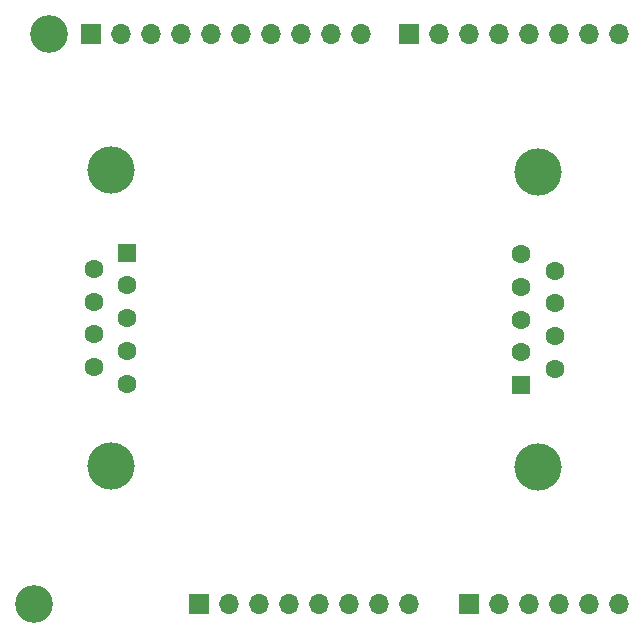
<source format=gbr>
%TF.GenerationSoftware,KiCad,Pcbnew,8.0.7*%
%TF.CreationDate,2025-04-27T16:12:27+01:00*%
%TF.ProjectId,ArduinoAtari,41726475-696e-46f4-9174-6172692e6b69,rev?*%
%TF.SameCoordinates,Original*%
%TF.FileFunction,Soldermask,Bot*%
%TF.FilePolarity,Negative*%
%FSLAX46Y46*%
G04 Gerber Fmt 4.6, Leading zero omitted, Abs format (unit mm)*
G04 Created by KiCad (PCBNEW 8.0.7) date 2025-04-27 16:12:27*
%MOMM*%
%LPD*%
G01*
G04 APERTURE LIST*
%ADD10R,1.700000X1.700000*%
%ADD11O,1.700000X1.700000*%
%ADD12C,4.000000*%
%ADD13R,1.600000X1.600000*%
%ADD14C,1.600000*%
%ADD15C,3.200000*%
G04 APERTURE END LIST*
D10*
%TO.C,J1*%
X127940000Y-97460000D03*
D11*
X130480000Y-97460000D03*
X133020000Y-97460000D03*
X135560000Y-97460000D03*
X138100000Y-97460000D03*
X140640000Y-97460000D03*
X143180000Y-97460000D03*
X145720000Y-97460000D03*
%TD*%
D10*
%TO.C,J3*%
X150800000Y-97460000D03*
D11*
X153340000Y-97460000D03*
X155880000Y-97460000D03*
X158420000Y-97460000D03*
X160960000Y-97460000D03*
X163500000Y-97460000D03*
%TD*%
D10*
%TO.C,J2*%
X118796000Y-49200000D03*
D11*
X121336000Y-49200000D03*
X123876000Y-49200000D03*
X126416000Y-49200000D03*
X128956000Y-49200000D03*
X131496000Y-49200000D03*
X134036000Y-49200000D03*
X136576000Y-49200000D03*
X139116000Y-49200000D03*
X141656000Y-49200000D03*
%TD*%
D10*
%TO.C,J4*%
X145720000Y-49200000D03*
D11*
X148260000Y-49200000D03*
X150800000Y-49200000D03*
X153340000Y-49200000D03*
X155880000Y-49200000D03*
X158420000Y-49200000D03*
X160960000Y-49200000D03*
X163500000Y-49200000D03*
%TD*%
D12*
%TO.C,J5*%
X120440000Y-60760000D03*
X120440000Y-85760000D03*
D13*
X121860000Y-67720000D03*
D14*
X121860000Y-70490000D03*
X121860000Y-73260000D03*
X121860000Y-76030000D03*
X121860000Y-78800000D03*
X119020000Y-69105000D03*
X119020000Y-71875000D03*
X119020000Y-74645000D03*
X119020000Y-77415000D03*
%TD*%
D15*
%TO.C,MH1*%
X115240000Y-49200000D03*
%TD*%
D12*
%TO.C,J6*%
X156600000Y-85900000D03*
X156600000Y-60900000D03*
D13*
X155180000Y-78940000D03*
D14*
X155180000Y-76170000D03*
X155180000Y-73400000D03*
X155180000Y-70630000D03*
X155180000Y-67860000D03*
X158020000Y-77555000D03*
X158020000Y-74785000D03*
X158020000Y-72015000D03*
X158020000Y-69245000D03*
%TD*%
D15*
%TO.C,MH2*%
X113970000Y-97460000D03*
%TD*%
M02*

</source>
